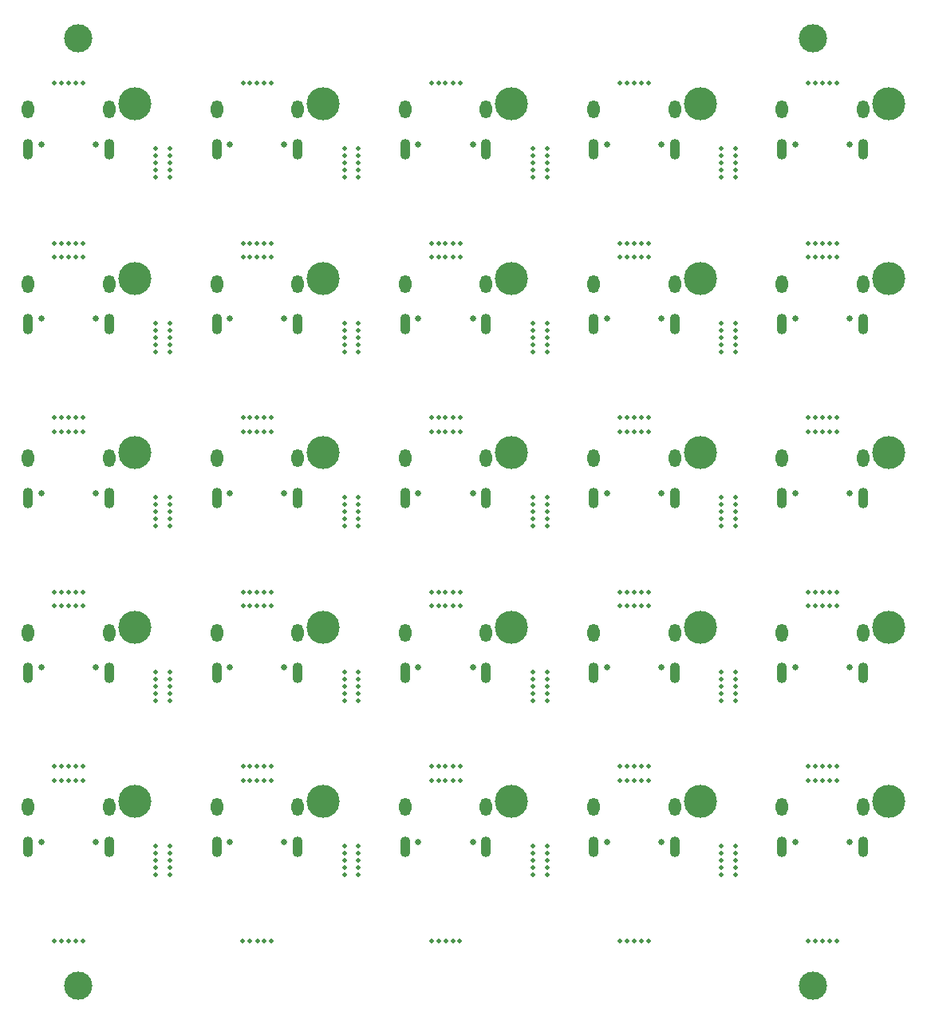
<source format=gbs>
G04 #@! TF.GenerationSoftware,KiCad,Pcbnew,(5.1.11)-1*
G04 #@! TF.CreationDate,2022-07-29T18:03:56+07:00*
G04 #@! TF.ProjectId,Unified-Daughterboard,556e6966-6965-4642-9d44-617567687465,C3*
G04 #@! TF.SameCoordinates,Original*
G04 #@! TF.FileFunction,Soldermask,Bot*
G04 #@! TF.FilePolarity,Negative*
%FSLAX46Y46*%
G04 Gerber Fmt 4.6, Leading zero omitted, Abs format (unit mm)*
G04 Created by KiCad (PCBNEW (5.1.11)-1) date 2022-07-29 18:03:56*
%MOMM*%
%LPD*%
G01*
G04 APERTURE LIST*
%ADD10C,3.000000*%
%ADD11C,0.500000*%
%ADD12O,1.100000X2.200000*%
%ADD13O,1.300000X1.900000*%
%ADD14C,0.650000*%
%ADD15C,3.500001*%
G04 APERTURE END LIST*
D10*
X154004500Y-152043000D03*
X76004500Y-152043000D03*
X154004500Y-51543000D03*
X76004500Y-51543000D03*
D11*
X115766500Y-147293000D03*
X116516500Y-147293000D03*
X115016500Y-147293000D03*
X114242500Y-147293000D03*
X113480500Y-147293000D03*
X133480500Y-147293000D03*
X134242500Y-147293000D03*
X135016500Y-147293000D03*
X136516500Y-147293000D03*
X135766500Y-147293000D03*
X155766500Y-147293000D03*
X156516500Y-147293000D03*
X155016500Y-147293000D03*
X154242500Y-147293000D03*
X153480500Y-147293000D03*
X93480500Y-147293000D03*
X94242500Y-147293000D03*
X95016500Y-147293000D03*
X96516500Y-147293000D03*
X95766500Y-147293000D03*
X75766500Y-147293000D03*
X76516500Y-147293000D03*
X75016500Y-147293000D03*
X74242500Y-147293000D03*
X73480500Y-147293000D03*
X156528500Y-56293000D03*
X155766500Y-56293000D03*
X154992500Y-56293000D03*
X153492500Y-56293000D03*
X154242500Y-56293000D03*
X136528500Y-56293000D03*
X135766500Y-56293000D03*
X134992500Y-56293000D03*
X133492500Y-56293000D03*
X134242500Y-56293000D03*
X116528500Y-56293000D03*
X115766500Y-56293000D03*
X114992500Y-56293000D03*
X113492500Y-56293000D03*
X114242500Y-56293000D03*
X96528500Y-56293000D03*
X95766500Y-56293000D03*
X94992500Y-56293000D03*
X93492500Y-56293000D03*
X94242500Y-56293000D03*
X74242500Y-56293000D03*
X73492500Y-56293000D03*
X74992500Y-56293000D03*
X75766500Y-56293000D03*
X76528500Y-56293000D03*
X156528500Y-130293000D03*
X156528500Y-128793000D03*
X155766500Y-128793000D03*
X155766500Y-130293000D03*
X154992500Y-130293000D03*
X153492500Y-130293000D03*
X153492500Y-128793000D03*
X154992500Y-128793000D03*
X154242500Y-130293000D03*
X154242500Y-128793000D03*
X156528500Y-111793000D03*
X156528500Y-110293000D03*
X155766500Y-110293000D03*
X155766500Y-111793000D03*
X154992500Y-111793000D03*
X153492500Y-111793000D03*
X153492500Y-110293000D03*
X154992500Y-110293000D03*
X154242500Y-111793000D03*
X154242500Y-110293000D03*
X156528500Y-93293000D03*
X156528500Y-91793000D03*
X155766500Y-91793000D03*
X155766500Y-93293000D03*
X154992500Y-93293000D03*
X153492500Y-93293000D03*
X153492500Y-91793000D03*
X154992500Y-91793000D03*
X154242500Y-93293000D03*
X154242500Y-91793000D03*
X156528500Y-74793000D03*
X156528500Y-73293000D03*
X155766500Y-73293000D03*
X155766500Y-74793000D03*
X154992500Y-74793000D03*
X153492500Y-74793000D03*
X153492500Y-73293000D03*
X154992500Y-73293000D03*
X154242500Y-74793000D03*
X154242500Y-73293000D03*
X136528500Y-130293000D03*
X136528500Y-128793000D03*
X135766500Y-128793000D03*
X135766500Y-130293000D03*
X134992500Y-130293000D03*
X133492500Y-130293000D03*
X133492500Y-128793000D03*
X134992500Y-128793000D03*
X134242500Y-130293000D03*
X134242500Y-128793000D03*
X136528500Y-111793000D03*
X136528500Y-110293000D03*
X135766500Y-110293000D03*
X135766500Y-111793000D03*
X134992500Y-111793000D03*
X133492500Y-111793000D03*
X133492500Y-110293000D03*
X134992500Y-110293000D03*
X134242500Y-111793000D03*
X134242500Y-110293000D03*
X136528500Y-93293000D03*
X136528500Y-91793000D03*
X135766500Y-91793000D03*
X135766500Y-93293000D03*
X134992500Y-93293000D03*
X133492500Y-93293000D03*
X133492500Y-91793000D03*
X134992500Y-91793000D03*
X134242500Y-93293000D03*
X134242500Y-91793000D03*
X136528500Y-74793000D03*
X136528500Y-73293000D03*
X135766500Y-73293000D03*
X135766500Y-74793000D03*
X134992500Y-74793000D03*
X133492500Y-74793000D03*
X133492500Y-73293000D03*
X134992500Y-73293000D03*
X134242500Y-74793000D03*
X134242500Y-73293000D03*
X116528500Y-130293000D03*
X116528500Y-128793000D03*
X115766500Y-128793000D03*
X115766500Y-130293000D03*
X114992500Y-130293000D03*
X113492500Y-130293000D03*
X113492500Y-128793000D03*
X114992500Y-128793000D03*
X114242500Y-130293000D03*
X114242500Y-128793000D03*
X116528500Y-111793000D03*
X116528500Y-110293000D03*
X115766500Y-110293000D03*
X115766500Y-111793000D03*
X114992500Y-111793000D03*
X113492500Y-111793000D03*
X113492500Y-110293000D03*
X114992500Y-110293000D03*
X114242500Y-111793000D03*
X114242500Y-110293000D03*
X116528500Y-93293000D03*
X116528500Y-91793000D03*
X115766500Y-91793000D03*
X115766500Y-93293000D03*
X114992500Y-93293000D03*
X113492500Y-93293000D03*
X113492500Y-91793000D03*
X114992500Y-91793000D03*
X114242500Y-93293000D03*
X114242500Y-91793000D03*
X116528500Y-74793000D03*
X116528500Y-73293000D03*
X115766500Y-73293000D03*
X115766500Y-74793000D03*
X114992500Y-74793000D03*
X113492500Y-74793000D03*
X113492500Y-73293000D03*
X114992500Y-73293000D03*
X114242500Y-74793000D03*
X114242500Y-73293000D03*
X96528500Y-130293000D03*
X96528500Y-128793000D03*
X95766500Y-128793000D03*
X95766500Y-130293000D03*
X94992500Y-130293000D03*
X93492500Y-130293000D03*
X93492500Y-128793000D03*
X94992500Y-128793000D03*
X94242500Y-130293000D03*
X94242500Y-128793000D03*
X96528500Y-111793000D03*
X96528500Y-110293000D03*
X95766500Y-110293000D03*
X95766500Y-111793000D03*
X94992500Y-111793000D03*
X93492500Y-111793000D03*
X93492500Y-110293000D03*
X94992500Y-110293000D03*
X94242500Y-111793000D03*
X94242500Y-110293000D03*
X96528500Y-93293000D03*
X96528500Y-91793000D03*
X95766500Y-91793000D03*
X95766500Y-93293000D03*
X94992500Y-93293000D03*
X93492500Y-93293000D03*
X93492500Y-91793000D03*
X94992500Y-91793000D03*
X94242500Y-93293000D03*
X94242500Y-91793000D03*
X96528500Y-74793000D03*
X96528500Y-73293000D03*
X95766500Y-73293000D03*
X95766500Y-74793000D03*
X94992500Y-74793000D03*
X93492500Y-74793000D03*
X93492500Y-73293000D03*
X94992500Y-73293000D03*
X94242500Y-74793000D03*
X94242500Y-73293000D03*
X76528500Y-130293000D03*
X76528500Y-128793000D03*
X75766500Y-128793000D03*
X75766500Y-130293000D03*
X74992500Y-130293000D03*
X73492500Y-130293000D03*
X73492500Y-128793000D03*
X74992500Y-128793000D03*
X74242500Y-130293000D03*
X74242500Y-128793000D03*
X76528500Y-111793000D03*
X76528500Y-110293000D03*
X75766500Y-110293000D03*
X75766500Y-111793000D03*
X74992500Y-111793000D03*
X73492500Y-111793000D03*
X73492500Y-110293000D03*
X74992500Y-110293000D03*
X74242500Y-111793000D03*
X74242500Y-110293000D03*
X76528500Y-93293000D03*
X76528500Y-91793000D03*
X75766500Y-91793000D03*
X75766500Y-93293000D03*
X74992500Y-93293000D03*
X73492500Y-93293000D03*
X73492500Y-91793000D03*
X74992500Y-91793000D03*
X74242500Y-93293000D03*
X74242500Y-91793000D03*
X144254500Y-139555000D03*
X145754500Y-139555000D03*
X144254500Y-138805000D03*
X144254500Y-140305000D03*
X145754500Y-140305000D03*
X145754500Y-138805000D03*
X145754500Y-138031000D03*
X144254500Y-138031000D03*
X144254500Y-137269000D03*
X145754500Y-137269000D03*
X144254500Y-121055000D03*
X145754500Y-121055000D03*
X144254500Y-120305000D03*
X144254500Y-121805000D03*
X145754500Y-121805000D03*
X145754500Y-120305000D03*
X145754500Y-119531000D03*
X144254500Y-119531000D03*
X144254500Y-118769000D03*
X145754500Y-118769000D03*
X144254500Y-102555000D03*
X145754500Y-102555000D03*
X144254500Y-101805000D03*
X144254500Y-103305000D03*
X145754500Y-103305000D03*
X145754500Y-101805000D03*
X145754500Y-101031000D03*
X144254500Y-101031000D03*
X144254500Y-100269000D03*
X145754500Y-100269000D03*
X144254500Y-84055000D03*
X145754500Y-84055000D03*
X144254500Y-83305000D03*
X144254500Y-84805000D03*
X145754500Y-84805000D03*
X145754500Y-83305000D03*
X145754500Y-82531000D03*
X144254500Y-82531000D03*
X144254500Y-81769000D03*
X145754500Y-81769000D03*
X144254500Y-65555000D03*
X145754500Y-65555000D03*
X144254500Y-64805000D03*
X144254500Y-66305000D03*
X145754500Y-66305000D03*
X145754500Y-64805000D03*
X145754500Y-64031000D03*
X144254500Y-64031000D03*
X144254500Y-63269000D03*
X145754500Y-63269000D03*
X124254500Y-139555000D03*
X125754500Y-139555000D03*
X124254500Y-138805000D03*
X124254500Y-140305000D03*
X125754500Y-140305000D03*
X125754500Y-138805000D03*
X125754500Y-138031000D03*
X124254500Y-138031000D03*
X124254500Y-137269000D03*
X125754500Y-137269000D03*
X124254500Y-121055000D03*
X125754500Y-121055000D03*
X124254500Y-120305000D03*
X124254500Y-121805000D03*
X125754500Y-121805000D03*
X125754500Y-120305000D03*
X125754500Y-119531000D03*
X124254500Y-119531000D03*
X124254500Y-118769000D03*
X125754500Y-118769000D03*
X124254500Y-102555000D03*
X125754500Y-102555000D03*
X124254500Y-101805000D03*
X124254500Y-103305000D03*
X125754500Y-103305000D03*
X125754500Y-101805000D03*
X125754500Y-101031000D03*
X124254500Y-101031000D03*
X124254500Y-100269000D03*
X125754500Y-100269000D03*
X124254500Y-84055000D03*
X125754500Y-84055000D03*
X124254500Y-83305000D03*
X124254500Y-84805000D03*
X125754500Y-84805000D03*
X125754500Y-83305000D03*
X125754500Y-82531000D03*
X124254500Y-82531000D03*
X124254500Y-81769000D03*
X125754500Y-81769000D03*
X124254500Y-65555000D03*
X125754500Y-65555000D03*
X124254500Y-64805000D03*
X124254500Y-66305000D03*
X125754500Y-66305000D03*
X125754500Y-64805000D03*
X125754500Y-64031000D03*
X124254500Y-64031000D03*
X124254500Y-63269000D03*
X125754500Y-63269000D03*
X104254500Y-139555000D03*
X105754500Y-139555000D03*
X104254500Y-138805000D03*
X104254500Y-140305000D03*
X105754500Y-140305000D03*
X105754500Y-138805000D03*
X105754500Y-138031000D03*
X104254500Y-138031000D03*
X104254500Y-137269000D03*
X105754500Y-137269000D03*
X104254500Y-121055000D03*
X105754500Y-121055000D03*
X104254500Y-120305000D03*
X104254500Y-121805000D03*
X105754500Y-121805000D03*
X105754500Y-120305000D03*
X105754500Y-119531000D03*
X104254500Y-119531000D03*
X104254500Y-118769000D03*
X105754500Y-118769000D03*
X104254500Y-102555000D03*
X105754500Y-102555000D03*
X104254500Y-101805000D03*
X104254500Y-103305000D03*
X105754500Y-103305000D03*
X105754500Y-101805000D03*
X105754500Y-101031000D03*
X104254500Y-101031000D03*
X104254500Y-100269000D03*
X105754500Y-100269000D03*
X104254500Y-84055000D03*
X105754500Y-84055000D03*
X104254500Y-83305000D03*
X104254500Y-84805000D03*
X105754500Y-84805000D03*
X105754500Y-83305000D03*
X105754500Y-82531000D03*
X104254500Y-82531000D03*
X104254500Y-81769000D03*
X105754500Y-81769000D03*
X104254500Y-65555000D03*
X105754500Y-65555000D03*
X104254500Y-64805000D03*
X104254500Y-66305000D03*
X105754500Y-66305000D03*
X105754500Y-64805000D03*
X105754500Y-64031000D03*
X104254500Y-64031000D03*
X104254500Y-63269000D03*
X105754500Y-63269000D03*
X84254500Y-139555000D03*
X85754500Y-139555000D03*
X84254500Y-138805000D03*
X84254500Y-140305000D03*
X85754500Y-140305000D03*
X85754500Y-138805000D03*
X85754500Y-138031000D03*
X84254500Y-138031000D03*
X84254500Y-137269000D03*
X85754500Y-137269000D03*
X84254500Y-121055000D03*
X85754500Y-121055000D03*
X84254500Y-120305000D03*
X84254500Y-121805000D03*
X85754500Y-121805000D03*
X85754500Y-120305000D03*
X85754500Y-119531000D03*
X84254500Y-119531000D03*
X84254500Y-118769000D03*
X85754500Y-118769000D03*
X84254500Y-102555000D03*
X85754500Y-102555000D03*
X84254500Y-101805000D03*
X84254500Y-103305000D03*
X85754500Y-103305000D03*
X85754500Y-101805000D03*
X85754500Y-101031000D03*
X84254500Y-101031000D03*
X84254500Y-100269000D03*
X85754500Y-100269000D03*
X84254500Y-84055000D03*
X85754500Y-84055000D03*
X84254500Y-83305000D03*
X84254500Y-84805000D03*
X85754500Y-84805000D03*
X85754500Y-83305000D03*
X85754500Y-82531000D03*
X84254500Y-82531000D03*
X84254500Y-81769000D03*
X85754500Y-81769000D03*
D12*
X159302500Y-137343000D03*
D13*
X159302500Y-133143000D03*
D14*
X157892500Y-136792000D03*
X152112500Y-136792000D03*
D13*
X150702500Y-133143000D03*
D12*
X150702500Y-137343000D03*
X159302500Y-118843000D03*
D13*
X159302500Y-114643000D03*
D14*
X157892500Y-118292000D03*
X152112500Y-118292000D03*
D13*
X150702500Y-114643000D03*
D12*
X150702500Y-118843000D03*
X159302500Y-100343000D03*
D13*
X159302500Y-96143000D03*
D14*
X157892500Y-99792000D03*
X152112500Y-99792000D03*
D13*
X150702500Y-96143000D03*
D12*
X150702500Y-100343000D03*
X159302500Y-81843000D03*
D13*
X159302500Y-77643000D03*
D14*
X157892500Y-81292000D03*
X152112500Y-81292000D03*
D13*
X150702500Y-77643000D03*
D12*
X150702500Y-81843000D03*
X159302500Y-63343000D03*
D13*
X159302500Y-59143000D03*
D14*
X157892500Y-62792000D03*
X152112500Y-62792000D03*
D13*
X150702500Y-59143000D03*
D12*
X150702500Y-63343000D03*
X139302500Y-137343000D03*
D13*
X139302500Y-133143000D03*
D14*
X137892500Y-136792000D03*
X132112500Y-136792000D03*
D13*
X130702500Y-133143000D03*
D12*
X130702500Y-137343000D03*
X139302500Y-118843000D03*
D13*
X139302500Y-114643000D03*
D14*
X137892500Y-118292000D03*
X132112500Y-118292000D03*
D13*
X130702500Y-114643000D03*
D12*
X130702500Y-118843000D03*
X139302500Y-100343000D03*
D13*
X139302500Y-96143000D03*
D14*
X137892500Y-99792000D03*
X132112500Y-99792000D03*
D13*
X130702500Y-96143000D03*
D12*
X130702500Y-100343000D03*
X139302500Y-81843000D03*
D13*
X139302500Y-77643000D03*
D14*
X137892500Y-81292000D03*
X132112500Y-81292000D03*
D13*
X130702500Y-77643000D03*
D12*
X130702500Y-81843000D03*
X139302500Y-63343000D03*
D13*
X139302500Y-59143000D03*
D14*
X137892500Y-62792000D03*
X132112500Y-62792000D03*
D13*
X130702500Y-59143000D03*
D12*
X130702500Y-63343000D03*
X119302500Y-137343000D03*
D13*
X119302500Y-133143000D03*
D14*
X117892500Y-136792000D03*
X112112500Y-136792000D03*
D13*
X110702500Y-133143000D03*
D12*
X110702500Y-137343000D03*
X119302500Y-118843000D03*
D13*
X119302500Y-114643000D03*
D14*
X117892500Y-118292000D03*
X112112500Y-118292000D03*
D13*
X110702500Y-114643000D03*
D12*
X110702500Y-118843000D03*
X119302500Y-100343000D03*
D13*
X119302500Y-96143000D03*
D14*
X117892500Y-99792000D03*
X112112500Y-99792000D03*
D13*
X110702500Y-96143000D03*
D12*
X110702500Y-100343000D03*
X119302500Y-81843000D03*
D13*
X119302500Y-77643000D03*
D14*
X117892500Y-81292000D03*
X112112500Y-81292000D03*
D13*
X110702500Y-77643000D03*
D12*
X110702500Y-81843000D03*
X119302500Y-63343000D03*
D13*
X119302500Y-59143000D03*
D14*
X117892500Y-62792000D03*
X112112500Y-62792000D03*
D13*
X110702500Y-59143000D03*
D12*
X110702500Y-63343000D03*
X99302500Y-137343000D03*
D13*
X99302500Y-133143000D03*
D14*
X97892500Y-136792000D03*
X92112500Y-136792000D03*
D13*
X90702500Y-133143000D03*
D12*
X90702500Y-137343000D03*
X99302500Y-118843000D03*
D13*
X99302500Y-114643000D03*
D14*
X97892500Y-118292000D03*
X92112500Y-118292000D03*
D13*
X90702500Y-114643000D03*
D12*
X90702500Y-118843000D03*
X99302500Y-100343000D03*
D13*
X99302500Y-96143000D03*
D14*
X97892500Y-99792000D03*
X92112500Y-99792000D03*
D13*
X90702500Y-96143000D03*
D12*
X90702500Y-100343000D03*
X99302500Y-81843000D03*
D13*
X99302500Y-77643000D03*
D14*
X97892500Y-81292000D03*
X92112500Y-81292000D03*
D13*
X90702500Y-77643000D03*
D12*
X90702500Y-81843000D03*
X99302500Y-63343000D03*
D13*
X99302500Y-59143000D03*
D14*
X97892500Y-62792000D03*
X92112500Y-62792000D03*
D13*
X90702500Y-59143000D03*
D12*
X90702500Y-63343000D03*
X79302500Y-137343000D03*
D13*
X79302500Y-133143000D03*
D14*
X77892500Y-136792000D03*
X72112500Y-136792000D03*
D13*
X70702500Y-133143000D03*
D12*
X70702500Y-137343000D03*
X79302500Y-118843000D03*
D13*
X79302500Y-114643000D03*
D14*
X77892500Y-118292000D03*
X72112500Y-118292000D03*
D13*
X70702500Y-114643000D03*
D12*
X70702500Y-118843000D03*
X79302500Y-100343000D03*
D13*
X79302500Y-96143000D03*
D14*
X77892500Y-99792000D03*
X72112500Y-99792000D03*
D13*
X70702500Y-96143000D03*
D12*
X70702500Y-100343000D03*
X79302500Y-81843000D03*
D13*
X79302500Y-77643000D03*
D14*
X77892500Y-81292000D03*
X72112500Y-81292000D03*
D13*
X70702500Y-77643000D03*
D12*
X70702500Y-81843000D03*
D15*
X162004500Y-132543000D03*
X162004500Y-114043000D03*
X162004500Y-95543000D03*
X162004500Y-77043000D03*
X162004500Y-58543000D03*
X142004500Y-132543000D03*
X142004500Y-114043000D03*
X142004500Y-95543000D03*
X142004500Y-77043000D03*
X142004500Y-58543000D03*
X122004500Y-132543000D03*
X122004500Y-114043000D03*
X122004500Y-95543000D03*
X122004500Y-77043000D03*
X122004500Y-58543000D03*
X102004500Y-132543000D03*
X102004500Y-114043000D03*
X102004500Y-95543000D03*
X102004500Y-77043000D03*
X102004500Y-58543000D03*
X82004500Y-132543000D03*
X82004500Y-114043000D03*
X82004500Y-95543000D03*
X82004500Y-77043000D03*
D11*
X85754500Y-63269000D03*
X84254500Y-63269000D03*
X84254500Y-64031000D03*
X85754500Y-64031000D03*
X85754500Y-64805000D03*
X85754500Y-66305000D03*
X84254500Y-66305000D03*
X84254500Y-64805000D03*
X85754500Y-65555000D03*
X84254500Y-65555000D03*
X74242500Y-73293000D03*
X74242500Y-74793000D03*
X74992500Y-73293000D03*
X73492500Y-73293000D03*
X73492500Y-74793000D03*
X74992500Y-74793000D03*
X75766500Y-74793000D03*
X75766500Y-73293000D03*
X76528500Y-73293000D03*
X76528500Y-74793000D03*
D12*
X70702500Y-63343000D03*
D13*
X70702500Y-59143000D03*
D14*
X72112500Y-62792000D03*
X77892500Y-62792000D03*
D13*
X79302500Y-59143000D03*
D12*
X79302500Y-63343000D03*
D15*
X82004500Y-58543000D03*
M02*

</source>
